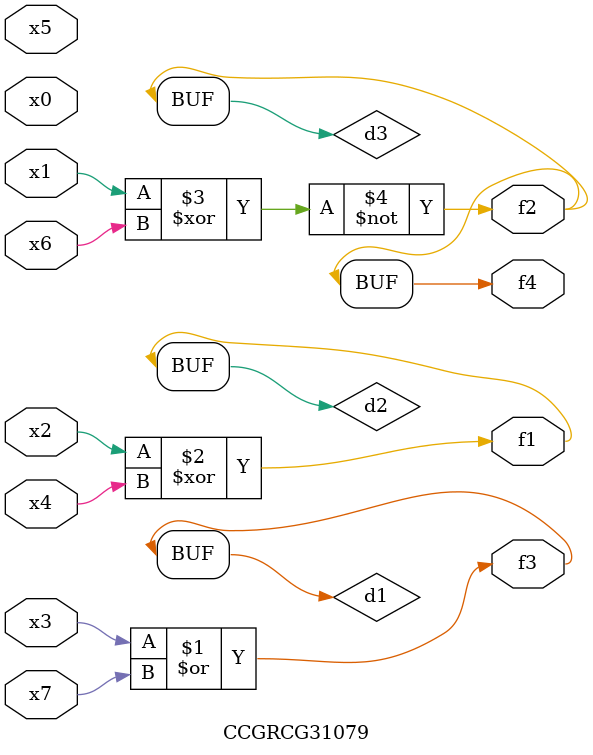
<source format=v>
module CCGRCG31079(
	input x0, x1, x2, x3, x4, x5, x6, x7,
	output f1, f2, f3, f4
);

	wire d1, d2, d3;

	or (d1, x3, x7);
	xor (d2, x2, x4);
	xnor (d3, x1, x6);
	assign f1 = d2;
	assign f2 = d3;
	assign f3 = d1;
	assign f4 = d3;
endmodule

</source>
